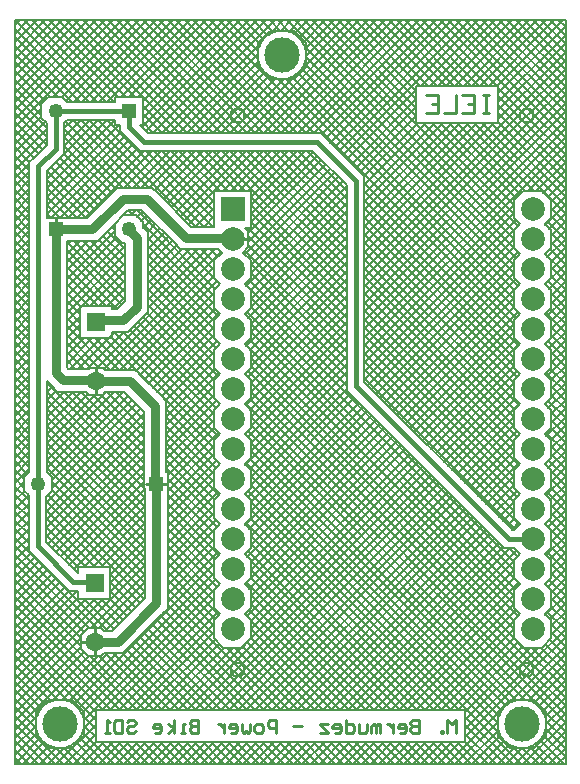
<source format=gbl>
%FSDAX23Y23*%
%MOIN*%
%SFA1B1*%

%IPPOS*%
%ADD10C,0.010000*%
%ADD14R,0.049212X0.049212*%
%ADD15C,0.049212*%
%ADD21R,0.049212X0.049212*%
%ADD23C,0.062992*%
%ADD24R,0.062992X0.062992*%
%ADD25R,0.078740X0.078740*%
%ADD26C,0.078740*%
%ADD27C,0.118110*%
%ADD28C,0.008000*%
%ADD29C,0.015748*%
%ADD30C,0.031496*%
%LNpcbenvio_esp32-1*%
%LPD*%
G54D10*
X01975Y04270D02*
X02024D01*
X01385Y04303D02*
Y04337D01*
X01520Y03755D02*
Y03796D01*
Y03838*
X01687Y03455D02*
X01721D01*
X01756*
X01473Y02928D02*
X01515D01*
Y02886D02*
Y02928D01*
Y02969*
X02830Y04749D02*
X02810D01*
X02820*
Y04690*
X02830*
X02810*
X02740Y04749D02*
X02780D01*
Y04690*
X02740*
X02780Y04719D02*
X02760D01*
X02720Y04749D02*
Y04690D01*
X02680*
X02620Y04749D02*
X02660D01*
Y04690*
X02620*
X02660Y04719D02*
X02640D01*
X02720Y02625D02*
Y02668D01*
X02705Y02653*
X02691Y02668*
Y02625*
X02676D02*
Y02632D01*
X02669*
Y02625*
X02676*
X02597Y02668D02*
Y02625D01*
X02575*
X02568Y02632*
Y02639*
X02575Y02646*
X02597*
X02575*
X02568Y02653*
Y02661*
X02575Y02668*
X02597*
X02532Y02625D02*
X02546D01*
X02554Y02632*
Y02646*
X02546Y02653*
X02532*
X02525Y02646*
Y02639*
X02554*
X02510Y02653D02*
Y02625D01*
Y02639*
X02503Y02646*
X02496Y02653*
X02489*
X02467Y02625D02*
Y02653D01*
X02460*
X02453Y02646*
Y02625*
Y02646*
X02445Y02653*
X02438Y02646*
Y02625*
X02424Y02653D02*
Y02632D01*
X02416Y02625*
X02395*
Y02653*
X02352Y02668D02*
Y02625D01*
X02373*
X02380Y02632*
Y02646*
X02373Y02653*
X02352*
X02315Y02625D02*
X02330D01*
X02337Y02632*
Y02646*
X02330Y02653*
X02315*
X02308Y02646*
Y02639*
X02337*
X02294Y02653D02*
X02265D01*
X02294Y02625*
X02265*
X02207Y02646D02*
X02178D01*
X02121Y02625D02*
Y02668D01*
X02099*
X02092Y02661*
Y02646*
X02099Y02639*
X02121*
X02070Y02625D02*
X02056D01*
X02048Y02632*
Y02646*
X02056Y02653*
X02070*
X02077Y02646*
Y02632*
X02070Y02625*
X02034Y02653D02*
Y02632D01*
X02027Y02625*
X02020Y02632*
X02012Y02625*
X02005Y02632*
Y02653*
X01969Y02625D02*
X01984D01*
X01991Y02632*
Y02646*
X01984Y02653*
X01969*
X01962Y02646*
Y02639*
X01991*
X01947Y02653D02*
Y02625D01*
Y02639*
X01940Y02646*
X01933Y02653*
X01926*
X01861Y02668D02*
Y02625D01*
X01839*
X01832Y02632*
Y02639*
X01839Y02646*
X01861*
X01839*
X01832Y02653*
Y02661*
X01839Y02668*
X01861*
X01818Y02625D02*
X01803D01*
X01810*
Y02653*
X01818*
X01781Y02625D02*
Y02668D01*
Y02639D02*
X01760Y02653D01*
X01781Y02639D02*
X01760Y02625D01*
X01717D02*
X01731D01*
X01738Y02632*
Y02646*
X01731Y02653*
X01717*
X01709Y02646*
Y02639*
X01738*
X01623Y02661D02*
X01630Y02668D01*
X01644*
X01652Y02661*
Y02653*
X01644Y02646*
X01630*
X01623Y02639*
Y02632*
X01630Y02625*
X01644*
X01652Y02632*
X01608Y02668D02*
Y02625D01*
X01587*
X01579Y02632*
Y02661*
X01587Y02668*
X01608*
X01565Y02625D02*
X01551D01*
X01558*
Y02668*
X01565Y02661*
G54D14*
X01630Y04696D03*
X01385Y04303D03*
G54D15*
X01630Y04303D03*
X01385Y04696D03*
X01328Y03455D03*
G54D21*
X01721Y03455D03*
G54D23*
X01520Y03796D03*
X01515Y02928D03*
G54D24*
X01520Y03993D03*
X01515Y03125D03*
G54D25*
X01975Y04370D03*
G54D26*
X01975Y04270D03*
Y04170D03*
Y04070D03*
Y03970D03*
Y03870D03*
Y03770D03*
Y03670D03*
Y03570D03*
Y03470D03*
Y03370D03*
Y03270D03*
Y03170D03*
Y03070D03*
Y02970D03*
X02975Y04370D03*
Y04270D03*
Y04170D03*
Y04070D03*
Y03970D03*
Y03870D03*
Y03770D03*
Y03670D03*
Y03570D03*
Y03470D03*
Y03370D03*
Y03270D03*
Y03170D03*
Y03070D03*
Y02970D03*
G54D27*
X02140Y04885D03*
X02940Y02655D03*
X01400D03*
G54D28*
X02220Y04885D02*
D01*
X02220Y04890*
X02219Y04896*
X02219Y04901*
X02217Y04907*
X02215Y04912*
X02213Y04917*
X02211Y04922*
X02208Y04927*
X02205Y04932*
X02201Y04936*
X02198Y04941*
X02194Y04945*
X02189Y04948*
X02185Y04951*
X02180Y04954*
X02175Y04957*
X02170Y04959*
X02164Y04961*
X02159Y04963*
X02154Y04964*
X02148Y04965*
X02142Y04965*
X02140Y04965*
D01*
X02134Y04965*
X02128Y04964*
X02123Y04964*
X02117Y04962*
X02112Y04960*
X02107Y04958*
X02102Y04956*
X02097Y04953*
X02092Y04950*
X02088Y04946*
X02083Y04943*
X02079Y04939*
X02076Y04934*
X02073Y04930*
X02070Y04925*
X02067Y04920*
X02065Y04915*
X02063Y04909*
X02061Y04904*
X02060Y04899*
X02059Y04893*
X02059Y04887*
X02059Y04885*
X02140Y04804D02*
D01*
X02145Y04804*
X02151Y04805*
X02156Y04805*
X02162Y04807*
X02167Y04809*
X02172Y04811*
X02177Y04813*
X02182Y04816*
X02187Y04819*
X02191Y04823*
X02196Y04826*
X02200Y04830*
X02203Y04835*
X02206Y04839*
X02209Y04844*
X02212Y04849*
X02214Y04854*
X02216Y04860*
X02218Y04865*
X02219Y04870*
X02220Y04876*
X02220Y04882*
X02220Y04885*
X02059D02*
D01*
X02059Y04879*
X02060Y04873*
X02060Y04868*
X02062Y04862*
X02064Y04857*
X02066Y04852*
X02068Y04847*
X02071Y04842*
X02074Y04837*
X02078Y04833*
X02081Y04828*
X02085Y04824*
X02090Y04821*
X02094Y04818*
X02099Y04815*
X02104Y04812*
X02109Y04810*
X02115Y04808*
X02120Y04806*
X02125Y04805*
X02131Y04804*
X02137Y04804*
X02140Y04804*
X03020Y02655D02*
D01*
X03020Y02660*
X03019Y02666*
X03019Y02671*
X03017Y02677*
X03015Y02682*
X03013Y02687*
X03011Y02692*
X03008Y02697*
X03005Y02702*
X03001Y02706*
X02998Y02711*
X02994Y02715*
X02989Y02718*
X02985Y02721*
X02980Y02724*
X02975Y02727*
X02970Y02729*
X02964Y02731*
X02959Y02733*
X02954Y02734*
X02948Y02735*
X02942Y02735*
X02940Y02735*
Y02574D02*
D01*
X02945Y02574*
X02951Y02575*
X02956Y02575*
X02962Y02577*
X02967Y02579*
X02972Y02581*
X02977Y02583*
X02982Y02586*
X02987Y02589*
X02991Y02593*
X02996Y02596*
X03000Y02600*
X03003Y02605*
X03006Y02609*
X03009Y02614*
X03012Y02619*
X03014Y02624*
X03016Y02630*
X03018Y02635*
X03019Y02640*
X03020Y02646*
X03020Y02652*
X03020Y02655*
X02940Y02735D02*
D01*
X02934Y02735*
X02928Y02734*
X02923Y02734*
X02917Y02732*
X02912Y02730*
X02907Y02728*
X02902Y02726*
X02897Y02723*
X02892Y02720*
X02888Y02716*
X02883Y02713*
X02879Y02709*
X02876Y02704*
X02873Y02700*
X02870Y02695*
X02867Y02690*
X02865Y02685*
X02863Y02679*
X02861Y02674*
X02860Y02669*
X02859Y02663*
X02859Y02657*
X02859Y02655*
D01*
X02859Y02649*
X02860Y02643*
X02860Y02638*
X02862Y02632*
X02864Y02627*
X02866Y02622*
X02868Y02617*
X02871Y02612*
X02874Y02607*
X02878Y02603*
X02881Y02598*
X02885Y02594*
X02890Y02591*
X02894Y02588*
X02899Y02585*
X02904Y02582*
X02909Y02580*
X02915Y02578*
X02920Y02576*
X02925Y02575*
X02931Y02574*
X02937Y02574*
X02940Y02574*
X01400D02*
D01*
X01405Y02574*
X01411Y02575*
X01416Y02575*
X01422Y02577*
X01427Y02579*
X01432Y02581*
X01437Y02583*
X01442Y02586*
X01447Y02589*
X01451Y02593*
X01456Y02596*
X01460Y02600*
X01463Y02605*
X01466Y02609*
X01469Y02614*
X01472Y02619*
X01474Y02624*
X01476Y02630*
X01478Y02635*
X01479Y02640*
X01480Y02646*
X01480Y02652*
X01480Y02655*
D01*
X01480Y02660*
X01479Y02666*
X01479Y02671*
X01477Y02677*
X01475Y02682*
X01473Y02687*
X01471Y02692*
X01468Y02697*
X01465Y02702*
X01461Y02706*
X01458Y02711*
X01454Y02715*
X01449Y02718*
X01445Y02721*
X01440Y02724*
X01435Y02727*
X01430Y02729*
X01424Y02731*
X01419Y02733*
X01414Y02734*
X01408Y02735*
X01402Y02735*
X01400Y02735*
D01*
X01394Y02735*
X01388Y02734*
X01383Y02734*
X01377Y02732*
X01372Y02730*
X01367Y02728*
X01362Y02726*
X01357Y02723*
X01352Y02720*
X01348Y02716*
X01343Y02713*
X01339Y02709*
X01336Y02704*
X01333Y02700*
X01330Y02695*
X01327Y02690*
X01325Y02685*
X01323Y02679*
X01321Y02674*
X01320Y02669*
X01319Y02663*
X01319Y02657*
X01319Y02655*
D01*
X01319Y02649*
X01320Y02643*
X01320Y02638*
X01322Y02632*
X01324Y02627*
X01326Y02622*
X01328Y02617*
X01331Y02612*
X01334Y02607*
X01338Y02603*
X01341Y02598*
X01345Y02594*
X01350Y02591*
X01354Y02588*
X01359Y02585*
X01364Y02582*
X01369Y02580*
X01375Y02578*
X01380Y02576*
X01385Y02575*
X01391Y02574*
X01397Y02574*
X01400Y02574*
X03004Y05000D02*
X03085Y04919D01*
X03032Y05000D02*
X03085Y04947D01*
X02947Y05000D02*
X03085Y04862D01*
X02976Y05000D02*
X03085Y04891D01*
X02891Y05000D02*
X03085Y04806D01*
X02919Y05000D02*
X03085Y04834D01*
X02863Y05000D02*
X03085Y04778D01*
X02973Y04698D02*
X03085Y04810D01*
X02951Y04705D02*
X03085Y04838D01*
X02861Y04671D02*
X03085Y04895D01*
X02978Y04675D02*
X03085Y04782D01*
X02861Y04728D02*
X03085Y04951D01*
X02861Y04756D02*
X03085Y04980D01*
X02861Y04700D02*
X03085Y04923D01*
X03061Y05000D02*
X03085Y04976D01*
X02945Y04705D02*
X02967D01*
X02978Y04694*
X02934Y04688D02*
X02951Y04705D01*
X02934Y04694D02*
X02945Y04705D01*
X02861Y04775D02*
X02938Y04698D01*
X02861Y04746D02*
X02934Y04673D01*
X02978Y04672D02*
Y04694D01*
X02959Y04705D02*
X02978Y04686D01*
X02964Y04661D02*
X02978Y04675D01*
X02945Y04661D02*
X02967D01*
X02940Y04666D02*
X02973Y04698D01*
X02934Y04672D02*
Y04694D01*
X02938Y04698D02*
X02971Y04665D01*
X02988Y04431D02*
X03085Y04527D01*
X02960Y04431D02*
X03085Y04555D01*
X03025Y04411D02*
X03085Y04470D01*
X03011Y04425D02*
X03085Y04499D01*
X02861Y04690D02*
X03085Y04466D01*
X02861Y04718D02*
X03085Y04495D01*
X02861Y04661D02*
X03085Y04438D01*
X03036Y04365D02*
X03085Y04414D01*
X03036Y04393D02*
X03085Y04442D01*
X03036Y04346D02*
X03085Y04297D01*
X03036Y04374D02*
X03085Y04325D01*
X03031Y04304D02*
X03085Y04357D01*
X03017Y04318D02*
X03085Y04386D01*
X03031Y04304D02*
X03085Y04357D01*
X02978Y04686D02*
X03085Y04580D01*
X02967Y04661D02*
X02978Y04672D01*
X02946Y04661D02*
X03085Y04523D01*
X02971Y04665D02*
X03085Y04551D01*
X02934Y04673D02*
X02946Y04661D01*
X02934Y04672D02*
X02945Y04661D01*
X02861Y04658D02*
Y04781D01*
X03005Y04431D02*
X03036Y04400D01*
X02944Y04431D02*
X03005D01*
X03036Y04339D02*
Y04400D01*
X02913D02*
X02944Y04431D01*
X02913Y04339D02*
Y04400D01*
Y04339D02*
X02933Y04320D01*
X02858Y04781D02*
X03076Y05000D01*
X02830Y04781D02*
X03048Y05000D01*
X02806D02*
X03085Y04721D01*
X02834Y05000D02*
X03085Y04749D01*
X02801Y04781D02*
X03020Y05000D01*
X02773Y04781D02*
X02991Y05000D01*
X02778D02*
X03085Y04693D01*
X02837Y04658D02*
X03085Y04410D01*
X02752Y04658D02*
X02979Y04431D01*
X02780Y04658D02*
X03085Y04353D01*
X02808Y04658D02*
X03085Y04382D01*
X02721Y05000D02*
X03085Y04636D01*
X02749Y05000D02*
X03085Y04664D01*
X02693Y05000D02*
X03085Y04608D01*
X02688Y04781D02*
X02906Y05000D01*
X02660Y04781D02*
X02878Y05000D01*
X02665D02*
X02959Y04705D01*
X02716Y04781D02*
X02935Y05000D01*
X02240D02*
X02927Y04313D01*
X02212Y05000D02*
X02913Y04298D01*
X02184Y05000D02*
X02913Y04270D01*
X02745Y04781D02*
X02963Y05000D01*
X02723Y04658D02*
X02951Y04431D01*
X02695Y04658D02*
X02933Y04420D01*
X02667Y04658D02*
X02919Y04406D01*
X02639Y04658D02*
X02913Y04383D01*
X02610Y04658D02*
X02913Y04355D01*
X02414Y04083D02*
X03085Y04753D01*
X02414Y04168D02*
X02934Y04688D01*
X02414Y04026D02*
X03085Y04697D01*
X02414Y04055D02*
X03085Y04725D01*
X02414Y04196D02*
X03085Y04866D01*
X02209Y04833D02*
X02928Y04114D01*
X02125Y04804D02*
X02921Y04008D01*
X02414Y03941D02*
X03085Y04612D01*
X02414Y03970D02*
X03085Y04640D01*
X02414Y03913D02*
X03085Y04584D01*
X02414Y04430D02*
X02929Y03915D01*
X02414Y04111D02*
X02964Y04661D01*
X02414Y04139D02*
X02940Y04666D01*
X02414Y03998D02*
X03085Y04668D01*
X02220Y04906D02*
X02920Y04207D01*
X02220Y04878D02*
X02913Y04185D01*
X02195Y04819D02*
X02913Y04100D01*
X02220Y04850D02*
X02913Y04157D01*
X02181Y04805D02*
X02913Y04072D01*
X02155Y05000D02*
X02913Y04242D01*
X02153Y04804D02*
X02913Y04044D01*
X02414Y03857D02*
X02913Y04356D01*
X02414Y04373D02*
X02913Y03874D01*
X02414Y04345D02*
X02913Y03846D01*
X02414Y04401D02*
X02914Y03901D01*
X02414Y04458D02*
X02913Y03959D01*
X02414Y03885D02*
X02913Y04384D01*
X03036Y04148D02*
X03085Y04099D01*
X03036Y04176D02*
X03085Y04127D01*
X03036Y04054D02*
X03085Y04103D01*
X03036Y04082D02*
X03085Y04131D01*
X03030Y04105D02*
X03085Y04159D01*
X03016Y04119D02*
X03085Y04188D01*
X03026Y04129D02*
X03085Y04070D01*
X03036Y04063D02*
X03085Y04014D01*
X03036Y04091D02*
X03085Y04042D01*
X03036Y03969D02*
X03085Y04018D01*
X03036Y03997D02*
X03085Y04046D01*
X03033Y04037D02*
X03085Y03986D01*
X03023Y04013D02*
X03085Y04074D01*
X03019Y04023D02*
X03085Y03957D01*
X03036Y04252D02*
X03085Y04301D01*
X03036Y04280D02*
X03085Y04329D01*
X03036Y04289D02*
X03085Y04240D01*
X03036Y04239D02*
Y04300D01*
X03025Y04328D02*
X03085Y04268D01*
X03016Y04320D02*
X03036Y04339D01*
X03024Y04212D02*
X03085Y04272D01*
X03036Y04167D02*
X03085Y04216D01*
X03036Y04195D02*
X03085Y04244D01*
X03036Y04039D02*
Y04100D01*
Y04139D02*
Y04200D01*
X03032Y04236D02*
X03085Y04184D01*
X03036Y04261D02*
X03085Y04212D01*
X03018Y04222D02*
X03085Y04155D01*
X03036Y03799D02*
X03085Y03848D01*
X03036Y03865D02*
X03085Y03816D01*
X03036Y03743D02*
X03085Y03792D01*
X03036Y03771D02*
X03085Y03820D01*
X03034Y03838D02*
X03085Y03788D01*
X03022Y03814D02*
X03085Y03876D01*
X03020Y03824D02*
X03085Y03759D01*
X03036Y03686D02*
X03085Y03735D01*
X03036Y03752D02*
X03085Y03703D01*
X03036Y03695D02*
X03085Y03646D01*
X03036Y03658D02*
X03085Y03707D01*
X03028Y03707D02*
X03085Y03763D01*
X03036Y03780D02*
X03085Y03731D01*
X03028Y03731D02*
X03085Y03674D01*
X03036Y03978D02*
X03085Y03929D01*
X03036Y03941D02*
X03085Y03990D01*
X03036Y03884D02*
X03085Y03933D01*
X03036Y03950D02*
X03085Y03901D01*
X03029Y03906D02*
X03085Y03961D01*
X03036Y03939D02*
Y04000D01*
X03027Y03930D02*
X03085Y03872D01*
X03036Y03893D02*
X03085Y03844D01*
X03036Y03739D02*
Y03800D01*
Y03639D02*
Y03700D01*
Y03856D02*
X03085Y03905D01*
X03036Y03839D02*
Y03900D01*
X03016Y03720D02*
X03036Y03700D01*
X03016Y04120D02*
X03036Y04139D01*
X03016Y04220D02*
X03036Y04200D01*
X03016Y04020D02*
X03036Y04039D01*
X03016Y04120D02*
X03036Y04100D01*
X03016Y04220D02*
X03036Y04239D01*
X03016Y04320D02*
X03036Y04300D01*
X02913Y04000D02*
X02933Y04020D01*
X03016Y03920D02*
X03036Y03939D01*
X03016Y04020D02*
X03036Y04000D01*
X03016Y03820D02*
X03036Y03839D01*
X03016Y03920D02*
X03036Y03900D01*
X02913D02*
X02933Y03920D01*
X02913Y03939D02*
X02933Y03920D01*
X02913Y03839D02*
X02933Y03820D01*
X02913Y04239D02*
X02933Y04220D01*
X02913Y04239D02*
Y04300D01*
Y04200D02*
X02933Y04220D01*
X02913Y04139D02*
Y04200D01*
Y04300D02*
X02933Y04320D01*
X02414Y03828D02*
X02919Y04333D01*
X02414Y04317D02*
X02922Y03809D01*
X02913Y04039D02*
X02933Y04020D01*
X02913Y03939D02*
Y04000D01*
Y03839D02*
Y03900D01*
Y04100D02*
X02933Y04120D01*
X02913Y04139D02*
X02933Y04120D01*
X02913Y04039D02*
Y04100D01*
X02510Y03698D02*
X02932Y04120D01*
X02496Y03712D02*
X02918Y04134D01*
X02553Y03656D02*
X02925Y04028D01*
X02567Y03642D02*
X02913Y03988D01*
X02414Y04232D02*
X02930Y03716D01*
X02454Y03755D02*
X02926Y04227D01*
X02414Y04203D02*
X02915Y03702D01*
X03016Y03720D02*
X03036Y03739D01*
X03016Y03820D02*
X03036Y03800D01*
X02913Y03700D02*
X02933Y03720D01*
X02913Y03639D02*
Y03700D01*
Y03739D02*
X02933Y03720D01*
X02913Y03800D02*
X02933Y03820D01*
X02581Y03627D02*
X02913Y03960D01*
X02440Y03769D02*
X02913Y04243D01*
X02425Y03783D02*
X02913Y04271D01*
X02468Y03741D02*
X02913Y04186D01*
X02468Y03741D02*
X02913Y04186D01*
X02414Y04288D02*
X02913Y03789D01*
X02414Y03800D02*
X02913Y04299D01*
X02414Y04260D02*
X02913Y03761D01*
X02524Y03684D02*
X02913Y04073D01*
Y03739D02*
Y03800D01*
X02539Y03670D02*
X02913Y04045D01*
X02414Y04175D02*
X02913Y03676D01*
X02482Y03726D02*
X02913Y04158D01*
X02414Y04147D02*
X02913Y03648D01*
X02220Y04879D02*
X02341Y05000D01*
X02220Y04907D02*
X02312Y05000D01*
X02580D02*
X02798Y04781D01*
X02220Y04851D02*
X02369Y05000D01*
X02201Y04944D02*
X02256Y05000D01*
X02187Y04959D02*
X02228Y05000D01*
X02215Y04930D02*
X02284Y05000D01*
X02608D02*
X02826Y04781D01*
X02603D02*
X02822Y05000D01*
X02636D02*
X02855Y04781D01*
X02632D02*
X02850Y05000D01*
X02180Y04804D02*
X02220Y04844D01*
X02173Y04804D02*
X02220Y04851D01*
X02588Y04781D02*
X02861D01*
X02197Y04941D02*
X02201Y04944D01*
X02182Y04953D02*
X02187Y04959D01*
X02220Y04885D02*
Y04925D01*
X02210Y04925D02*
X02215Y04930D01*
X02165Y04965D02*
X02199Y05000D01*
X02162Y04962D02*
X02165Y04965D01*
X02180D02*
X02220Y04925D01*
X02218Y04905D02*
X02220Y04907D01*
X02216Y04911D02*
X02220Y04906D01*
Y04844D02*
Y04885D01*
X02215Y04855D02*
X02220Y04850D01*
X02205Y04837D02*
X02209Y04833D01*
X02191Y04822D02*
X02195Y04819D01*
X02174Y04811D02*
X02181Y04805D01*
X02438Y05000D02*
X02657Y04781D01*
X02410Y05000D02*
X02628Y04781D01*
X02301Y04592D02*
X02708Y05000D01*
X02467D02*
X02685Y04781D01*
X02273Y04620D02*
X02652Y05000D01*
X02248Y04624D02*
X02624Y05000D01*
X02287Y04606D02*
X02680Y05000D01*
X02523D02*
X02741Y04781D01*
X02495Y05000D02*
X02713Y04781D01*
X02855D02*
X02861Y04775D01*
X02551Y05000D02*
X02770Y04781D01*
X02329Y04564D02*
X02765Y05000D01*
X02315Y04578D02*
X02737Y05000D01*
X02344Y04550D02*
X02793Y05000D01*
X02325D02*
X02588Y04737D01*
X02353Y05000D02*
X02588Y04765D01*
X02269Y05000D02*
X02588Y04680D01*
X02297Y05000D02*
X02588Y04708D01*
X02192Y04624D02*
X02567Y05000D01*
X02163Y04624D02*
X02539Y05000D01*
X02220Y04624D02*
X02595Y05000D01*
X02386Y04507D02*
X02588Y04709D01*
Y04658D02*
Y04781D01*
X02400Y04493D02*
X02588Y04681D01*
X02382Y05000D02*
X02600Y04781D01*
X02358Y04536D02*
X02588Y04766D01*
X02372Y04521D02*
X02588Y04737D01*
X02109Y04965D02*
X02143Y05000D01*
X02099D02*
X02133Y04965D01*
X02137D02*
X02171Y05000D01*
X02127D02*
X02161Y04965D01*
X02096Y04952D02*
X02109Y04965D01*
X02071Y05000D02*
X02105Y04965D01*
X02059Y04925D02*
X02099Y04965D01*
X02140D02*
X02180D01*
X02161D02*
X02166Y04961D01*
X02105Y04965D02*
X02110Y04960D01*
X02099Y04965D02*
X02140D01*
X02094Y04809D02*
X02099Y04814D01*
X02088Y04954D02*
X02092Y04950D01*
X02042Y05000D02*
X02088Y04954D01*
X02074Y04940D02*
X02077Y04936D01*
X02059Y04915D02*
X02072Y04928D01*
X02014Y05000D02*
X02074Y04940D01*
X01986Y05000D02*
X02060Y04926D01*
X01957Y05000D02*
X02059Y04898D01*
X02065Y04837D02*
X02071Y04842D01*
X02060Y04926D02*
X02066Y04919D01*
X02080Y04823D02*
X02083Y04827D01*
X02059Y04859D02*
X02062Y04862D01*
X02059Y04885D02*
Y04925D01*
Y04844D02*
Y04885D01*
X02079Y04624D02*
X02454Y05000D01*
X02135Y04624D02*
X02510Y05000D01*
X02107Y04624D02*
X02482Y05000D01*
X02022Y04624D02*
X02397Y05000D01*
X02050Y04624D02*
X02426Y05000D01*
X02099Y04804D02*
X02140D01*
X02059Y04844D02*
X02099Y04804D01*
X02140D02*
X02180D01*
X02117D02*
X02119Y04806D01*
X01965Y04624D02*
X02145Y04804D01*
X02010Y04697D02*
X02117Y04804D01*
X01994Y04624D02*
X02173Y04804D01*
X01989Y04705D02*
X02094Y04809D01*
X01980Y04705D02*
X02002D01*
X01998D02*
X02013Y04690D01*
X02002Y04705D02*
X02013Y04694D01*
X01969Y04685D02*
X01989Y04705D01*
X01969Y04694D02*
X01980Y04705D01*
X01975Y04699D02*
X02007Y04667D01*
X02013Y04672D02*
Y04694D01*
X01977Y04664D02*
X02010Y04697D01*
X02013Y04690D02*
X02078Y04624D01*
X01969Y04676D02*
X01985Y04661D01*
X01969Y04672D02*
Y04694D01*
Y04672D02*
X01980Y04661D01*
X02414Y04366D02*
X02706Y04658D01*
X02414Y04394D02*
X02678Y04658D01*
X02414Y04309D02*
X02763Y04658D01*
X02414Y04337D02*
X02734Y04658D01*
X02414Y04451D02*
X02621Y04658D01*
X02414Y04479D02*
X02593Y04658D01*
X02414Y04422D02*
X02650Y04658D01*
X02588D02*
X02861D01*
X02399Y04494D02*
X02414Y04479D01*
Y04450D02*
Y04479D01*
Y04450D02*
Y04479D01*
X02399Y04494D02*
X02414Y04479D01*
X02284Y04609D02*
X02399Y04494D01*
X02081Y04565D02*
X02355Y04291D01*
X02269Y04624D02*
X02284Y04609D01*
X02240Y04624D02*
X02269D01*
X02240Y04565D02*
X02355Y04450D01*
X02269Y04624D02*
X02284Y04609D01*
X02240Y04624D02*
X02269D01*
X02036Y04411D02*
X02189Y04565D01*
X02036Y04383D02*
X02217Y04565D01*
X02194D02*
X02355Y04404D01*
X02222Y04565D02*
X02355Y04432D01*
X02137Y04565D02*
X02355Y04347D01*
X02166Y04565D02*
X02355Y04376D01*
X02109Y04565D02*
X02355Y04319D01*
X02036Y04355D02*
X02243Y04562D01*
X02036Y04308D02*
Y04431D01*
X02414Y04253D02*
X02819Y04658D01*
X02414Y04281D02*
X02791Y04658D01*
X02414Y04224D02*
X02848Y04658D01*
X02414Y03794D02*
Y04450D01*
X02355Y03794D02*
Y04450D01*
X02036Y03959D02*
X02355Y04278D01*
X02036Y03789D02*
X02355Y04109D01*
Y03765D02*
Y03794D01*
Y03765D02*
Y03794D01*
Y03765D02*
X02370Y03750D01*
X02355Y03765D02*
X02370Y03750D01*
X02036Y03676D02*
X02355Y03995D01*
X02036Y03761D02*
X02355Y04080D01*
X02036Y03648D02*
X02355Y03967D01*
X02036Y04072D02*
X02355Y04391D01*
X02053Y04565D02*
X02355Y04263D01*
X02036Y04356D02*
X02355Y04036D01*
X02036Y04044D02*
X02355Y04363D01*
X02036Y04157D02*
X02342Y04463D01*
X02036Y04185D02*
X02328Y04477D01*
X02036Y04412D02*
X02355Y04093D01*
X02036Y03839D02*
Y03900D01*
Y03939D02*
Y04000D01*
Y03739D02*
Y03800D01*
Y04327D02*
X02355Y04008D01*
X02036Y04039D02*
Y04100D01*
Y03987D02*
X02355Y04307D01*
X02026Y04431D02*
X02161Y04565D01*
X01998Y04431D02*
X02132Y04565D01*
X01996D02*
X02355Y04206D01*
X02024Y04565D02*
X02355Y04234D01*
X01968Y04565D02*
X02355Y04178D01*
X01970Y04431D02*
X02104Y04565D01*
X01939D02*
X02355Y04149D01*
X02028Y04262D02*
X02285Y04520D01*
X02036Y04327D02*
X02257Y04548D01*
X02035Y04100D02*
X02355Y04420D01*
X02029Y04207D02*
X02313Y04491D01*
X02015Y04221D02*
X02299Y04505D01*
X02028Y04291D02*
X02271Y04534D01*
X02021Y04114D02*
X02355Y04448D01*
X02007Y04667D02*
X02050Y04624D01*
X02002Y04661D02*
X02013Y04672D01*
X02016Y04308D02*
X02036D01*
X02016D02*
X02028Y04296D01*
X01985Y04661D02*
X02022Y04624D01*
X01980Y04661D02*
X02002D01*
X01942Y04431D02*
X02076Y04565D01*
X02036Y04139D02*
Y04200D01*
X02028Y04243D02*
Y04296D01*
X02016Y04120D02*
X02036Y04139D01*
X02010Y04225D02*
X02028Y04243D01*
X02010Y04225D02*
X02036Y04200D01*
X02034Y03901D02*
X02355Y04222D01*
X02028Y04250D02*
X02355Y03923D01*
X02036Y04186D02*
X02355Y03867D01*
X02036Y03874D02*
X02355Y04193D01*
X02020Y03915D02*
X02355Y04250D01*
X02028Y04279D02*
X02355Y03951D01*
X02017Y04232D02*
X02355Y03895D01*
X02036Y04158D02*
X02355Y03838D01*
X02036Y03846D02*
X02355Y04165D01*
X02033Y03702D02*
X02355Y04024D01*
X02031Y04134D02*
X02355Y03810D01*
X02017Y04120D02*
X02355Y03782D01*
X02027Y03809D02*
X02355Y04137D01*
X02019Y03716D02*
X02355Y04052D01*
X02028Y04008D02*
X02355Y04335D01*
X02036Y04384D02*
X02355Y04065D01*
X02026Y04308D02*
X02355Y03980D01*
X02016Y03920D02*
X02036Y03939D01*
X02016Y04020D02*
X02036Y04039D01*
X02016Y04120D02*
X02036Y04100D01*
X02016Y04020D02*
X02036Y04000D01*
X02016Y03720D02*
X02036Y03700D01*
X02016Y03720D02*
X02036Y03739D01*
Y03639D02*
Y03700D01*
X02016Y03820D02*
X02036Y03839D01*
X02016Y03920D02*
X02036Y03900D01*
X02016Y03820D02*
X02036Y03800D01*
X03036Y03582D02*
X03085Y03533D01*
X03036Y03545D02*
X03085Y03594D01*
X03036Y03488D02*
X03085Y03537D01*
X03036Y03554D02*
X03085Y03505D01*
X03027Y03508D02*
X03085Y03565D01*
X03021Y03625D02*
X03085Y03561D01*
X03029Y03532D02*
X03085Y03476D01*
X03036Y03469D02*
X03085Y03420D01*
X03036Y03497D02*
X03085Y03448D01*
X03036Y03375D02*
X03085Y03424D01*
X03036Y03441D02*
X03085Y03392D01*
X03020Y03416D02*
X03085Y03480D01*
X03036Y03460D02*
X03085Y03509D01*
X03034Y03402D02*
X03085Y03452D01*
X03035Y03601D02*
X03085Y03650D01*
X03036Y03667D02*
X03085Y03618D01*
X03036Y03573D02*
X03085Y03622D01*
X03035Y03639D02*
X03085Y03590D01*
X03016Y03620D02*
X03036Y03639D01*
X02913D02*
X02933Y03620D01*
X03021Y03615D02*
X03085Y03678D01*
X03036Y03439D02*
Y03500D01*
Y03539D02*
Y03600D01*
X03016Y03420D02*
X03036Y03400D01*
X03016Y03420D02*
X03036Y03439D01*
X03016Y03520D02*
X03036Y03539D01*
X03016Y03620D02*
X03036Y03600D01*
X03016Y03520D02*
X03036Y03500D01*
Y03262D02*
X03085Y03311D01*
X03036Y03290D02*
X03085Y03339D01*
Y02520D02*
Y05000D01*
X03036Y03299D02*
X03085Y03250D01*
X03030Y03333D02*
X03085Y03278D01*
X03036Y03356D02*
X03085Y03307D01*
X03019Y03217D02*
X03085Y03282D01*
X03036Y03177D02*
X03085Y03226D01*
X03036Y03243D02*
X03085Y03194D01*
X03036Y03186D02*
X03085Y03137D01*
X03036Y03149D02*
X03085Y03198D01*
X03033Y03203D02*
X03085Y03254D01*
X03036Y03271D02*
X03085Y03222D01*
X03023Y03227D02*
X03085Y03165D01*
X03036Y03347D02*
X03085Y03396D01*
X03036Y03339D02*
Y03400D01*
X03026Y03309D02*
X03085Y03367D01*
X03036Y03384D02*
X03085Y03335D01*
X03022Y03426D02*
X03085Y03363D01*
X03016Y03320D02*
X03036Y03339D01*
X03016Y03320D02*
X03036Y03300D01*
X03016Y03220D02*
X03036Y03200D01*
Y03239D02*
Y03300D01*
Y03139D02*
Y03200D01*
X03016Y03220D02*
X03036Y03239D01*
X02913D02*
X02933Y03220D01*
X02913Y03200D02*
X02933Y03220D01*
X02609Y03599D02*
X02931Y03921D01*
X02595Y03613D02*
X02917Y03935D01*
X02708Y03500D02*
X02930Y03722D01*
X02652Y03557D02*
X02924Y03829D01*
X02414Y04034D02*
X02931Y03517D01*
X02414Y04119D02*
X02923Y03610D01*
X02414Y03921D02*
X02924Y03411D01*
X02913Y03500D02*
X02933Y03520D01*
X02913Y03539D02*
X02933Y03520D01*
X02913Y03400D02*
X02933Y03420D01*
X02913Y03439D02*
X02933Y03420D01*
X02913Y03600D02*
X02933Y03620D01*
X02751Y03458D02*
X02923Y03630D01*
X02807Y03401D02*
X02929Y03523D01*
X02680Y03528D02*
X02913Y03762D01*
X02666Y03543D02*
X02913Y03790D01*
X02414Y03892D02*
X02913Y03393D01*
X02414Y03949D02*
X02913Y03450D01*
X02414Y04005D02*
X02916Y03503D01*
X02414Y04062D02*
X02913Y03563D01*
X02414Y03977D02*
X02913Y03478D01*
Y03439D02*
Y03500D01*
Y03539D02*
Y03600D01*
X02793Y03415D02*
X02915Y03537D01*
X02694Y03514D02*
X02916Y03736D01*
X02722Y03486D02*
X02913Y03677D01*
X02736Y03472D02*
X02913Y03649D01*
X02036Y03762D02*
X02943Y02854D01*
X02414Y03836D02*
X02932Y03318D01*
X02036Y03790D02*
X03085Y02741D01*
X02033Y03736D02*
X02934Y02835D01*
X02024Y04028D02*
X02933Y03119D01*
X02018Y03921D02*
X02926Y03013D01*
X02019Y03722D02*
X03085Y02656D01*
X02913Y03339D02*
X02933Y03320D01*
X02906Y03302D02*
X02928Y03324D01*
X02913Y03300D02*
X02933Y03320D01*
X02897Y03240D02*
X02925Y03212D01*
X02036Y03677D02*
X02977Y02735D01*
X02036Y03649D02*
X02949Y02735D01*
X02027Y03431D02*
X02938Y02520D01*
X02414Y03864D02*
X02913Y03365D01*
X02835Y03373D02*
X02913Y03451D01*
X02036Y03988D02*
X02918Y03105D01*
X02414Y03807D02*
X02917Y03304D01*
X02036Y04045D02*
X02913Y03167D01*
X02036Y04073D02*
X02913Y03195D01*
X02026Y03630D02*
X02921Y02735D01*
X02878Y03330D02*
X02913Y03366D01*
Y03339D02*
Y03400D01*
X02892Y03316D02*
X02914Y03338D01*
X02850Y03359D02*
X02922Y03431D01*
X02864Y03345D02*
X02913Y03394D01*
X02388Y02700D02*
X02921Y03232D01*
X03036Y03045D02*
X03085Y02996D01*
X03036Y03073D02*
X03085Y03024D01*
X03036Y02951D02*
X03085Y03000D01*
X03036Y02979D02*
X03085Y03028D01*
X03032Y03004D02*
X03085Y03056D01*
X03018Y03018D02*
X03085Y03085D01*
X03024Y03028D02*
X03085Y02967D01*
X03036Y02960D02*
X03085Y02911D01*
X03036Y02988D02*
X03085Y02939D01*
X03018Y02921D02*
X03085Y02854D01*
X03032Y02935D02*
X03085Y02882D01*
X03002Y02908D02*
X03085Y02826D01*
X02978Y02836D02*
X03085Y02943D01*
X02985Y02730D02*
X03085Y02830D01*
X03036Y03158D02*
X03085Y03109D01*
X03025Y03110D02*
X03085Y03169D01*
X03031Y03134D02*
X03085Y03080D01*
X03036Y03092D02*
X03085Y03141D01*
X03016Y03120D02*
X03036Y03100D01*
X03016Y03120D02*
X03036Y03139D01*
X03017Y03120D02*
X03085Y03052D01*
X03036Y03064D02*
X03085Y03113D01*
X03036Y03039D02*
Y03100D01*
Y02939D02*
Y03000D01*
X03016Y03020D02*
X03036Y03000D01*
X03005Y02908D02*
X03036Y02939D01*
X03016Y03020D02*
X03036Y03039D01*
X02978Y02824D02*
Y02845D01*
X03020Y02692D02*
X03085Y02628D01*
X03020Y02653D02*
X03085Y02717D01*
X03020Y02664D02*
X03085Y02600D01*
X03020Y02624D02*
X03085Y02689D01*
X03013Y02702D02*
X03085Y02773D01*
X02999Y02716D02*
X03085Y02802D01*
X03020Y02681D02*
X03085Y02745D01*
X03017Y02611D02*
X03085Y02543D01*
X03020Y02636D02*
X03085Y02571D01*
X03057Y02520D02*
X03085Y02547D01*
X03029Y02520D02*
X03085Y02575D01*
X03000Y02520D02*
X03085Y02604D01*
X02989Y02582D02*
X03052Y02520D01*
X03003Y02597D02*
X03080Y02520D01*
X03008Y02697D02*
X03013Y02702D01*
X02996Y02713D02*
X02999Y02716D01*
X03020Y02655D02*
Y02695D01*
X03017Y02678D02*
X03020Y02681D01*
X02980Y02735D02*
X03020Y02695D01*
X02979Y02725D02*
X02985Y02730D01*
X02977Y02735D02*
X03020Y02692D01*
X03009Y02613D02*
X03020Y02624D01*
Y02614D02*
Y02655D01*
X03011Y02617D02*
X03017Y02611D01*
X02999Y02600D02*
X03003Y02597D01*
X02984Y02587D02*
X02989Y02582D01*
X02980Y02574D02*
X03020Y02614D01*
X02974Y02908D02*
X03085Y02798D01*
X02968Y02855D02*
X03085Y02971D01*
X02962Y02735D02*
X03085Y02858D01*
X02945Y02908D02*
X03085Y02769D01*
X02905Y02735D02*
X03085Y02915D01*
X02944Y02908D02*
X03005D01*
X02933Y02735D02*
X03085Y02887D01*
X02967Y02856D02*
X02978Y02845D01*
X02945Y02813D02*
X02967D01*
X02978Y02824*
X02954Y02813D02*
X02978Y02836D01*
X02943Y02854D02*
X02976Y02822D01*
X02936Y02822D02*
X02968Y02855D01*
X02940Y02735D02*
X02980D01*
X02913Y02940D02*
X02945Y02908D01*
X02913Y03000D02*
X02933Y03020D01*
X02934Y02845D02*
X02945Y02856D01*
X02913Y02939D02*
X02944Y02908D01*
X02913Y03100D02*
X02933Y03120D01*
X02913Y03139D02*
X02933Y03120D01*
X02913Y03039D02*
X02933Y03020D01*
X02945Y02856D02*
X02967D01*
X02934Y02824D02*
X02945Y02813D01*
X02959Y02733D02*
X02962Y02735D01*
X02934Y02835D02*
X02956Y02813D01*
X02934Y02824D02*
Y02845D01*
X02899Y02735D02*
X02940D01*
X02956Y02813D02*
X03085Y02684D01*
X02976Y02822D02*
X03085Y02713D01*
X02972Y02520D02*
X03085Y02632D01*
X02944Y02520D02*
X03085Y02660D01*
X02751Y02666D02*
X02993Y02908D01*
X02970Y02574D02*
X02981Y02585D01*
X02965Y02578D02*
X02969Y02574D01*
X03023Y02520*
X02941Y02574D02*
X02995Y02520D01*
X02940Y02574D02*
X02980D01*
X02912D02*
X02967Y02520D01*
X02915D02*
X02970Y02574D01*
X02728Y02700D02*
X02940Y02912D01*
X02700Y02700D02*
X02926Y02926D01*
X02751Y02695D02*
X02965Y02908D01*
X02751Y02638D02*
X02936Y02822D01*
X02502Y02700D02*
X02927Y03125D01*
X02586Y02700D02*
X02920Y03033D01*
X02643Y02700D02*
X02913Y02970D01*
X02899Y02574D02*
X02940D01*
X02913D02*
X02916Y02577D01*
X02887Y02520D02*
X02941Y02574D01*
X02751Y02610D02*
X02954Y02813D01*
X02638Y03571D02*
X02913Y03847D01*
X02623Y03585D02*
X02913Y03875D01*
X02779Y03429D02*
X02913Y03564D01*
X02765Y03444D02*
X02913Y03592D01*
X02036Y03960D02*
X02913Y03082D01*
X02414Y04090D02*
X02913Y03591D01*
X02036Y03875D02*
X02913Y02997D01*
X02909Y03240D02*
X02913D01*
X02909Y03299D02*
X02913D01*
Y03039D02*
Y03100D01*
Y03139D02*
Y03200D01*
X02821Y03387D02*
X02913Y03479D01*
X02880Y03240D02*
X02909D01*
X02880D02*
X02909D01*
X02036Y03393D02*
X02381Y03739D01*
X02036Y03450D02*
X02355Y03769D01*
X02414Y03794D02*
X02909Y03299D01*
X02370Y03750D02*
X02865Y03255D01*
X02036Y03563D02*
X02355Y03882D01*
X02036Y03591D02*
X02355Y03911D01*
X02036Y03478D02*
X02355Y03797D01*
X02865Y03255D02*
X02880Y03240D01*
X02865Y03255D02*
X02880Y03240D01*
X02036Y03039D02*
Y03100D01*
Y03139D02*
Y03200D01*
Y03239D02*
Y03300D01*
Y03339D02*
Y03400D01*
Y03195D02*
X02480Y03640D01*
X02247Y02700D02*
X02834Y03286D01*
X02219Y02700D02*
X02819Y03300D01*
X02304Y02700D02*
X02862Y03258D01*
X02275Y02700D02*
X02848Y03272D01*
X02036Y03847D02*
X02913Y02969D01*
X02162Y02700D02*
X02791Y03329D01*
X02190Y02700D02*
X02805Y03314D01*
X02473Y02700D02*
X02913Y03140D01*
X02445Y02700D02*
X02913Y03168D01*
X02558Y02700D02*
X02913Y03055D01*
X02530Y02700D02*
X02913Y03083D01*
X02360Y02700D02*
X02901Y03240D01*
X02332Y02700D02*
X02876Y03244D01*
X02417Y02700D02*
X02913Y03196D01*
X02077Y02700D02*
X02749Y03371D01*
X02049Y02700D02*
X02735Y03385D01*
X02134Y02700D02*
X02777Y03343D01*
X02106Y02700D02*
X02763Y03357D01*
X02036Y03394D02*
X02730Y02700D01*
X02036Y03366D02*
X02702Y02700D01*
X02036Y03281D02*
X02617Y02700D01*
X02036Y03139D02*
X02476Y02700D01*
X02036Y03083D02*
X02419Y02700D01*
X02036Y03055D02*
X02391Y02700D01*
X02036Y03253D02*
X02589Y02700D01*
X02036Y03196D02*
X02532Y02700D01*
X02036Y03168D02*
X02504Y02700D01*
X02032Y03503D02*
X02355Y03826D01*
X02026Y03610D02*
X02355Y03939D01*
X02031Y03304D02*
X02423Y03696D01*
X02036Y03365D02*
X02395Y03724D01*
X02025Y03411D02*
X02367Y03753D01*
X02018Y03517D02*
X02355Y03854D01*
X02017Y03318D02*
X02409Y03710D01*
X02036Y03280D02*
X02438Y03682D01*
X02031Y03304D02*
X02423Y03696D01*
X02036Y03167D02*
X02494Y03625D01*
X02036Y03252D02*
X02452Y03668D01*
X02016Y03119D02*
X02508Y03611D01*
X02024Y03212D02*
X02466Y03654D01*
X02030Y03105D02*
X02522Y03597D01*
X02016Y03520D02*
X02036Y03500D01*
Y03539D02*
Y03600D01*
X02016Y03420D02*
X02036Y03439D01*
Y03500*
X02016Y03620D02*
X02036Y03600D01*
X02016Y03620D02*
X02036Y03639D01*
X02016Y03520D02*
X02036Y03539D01*
X02016Y03220D02*
X02036Y03200D01*
X02016Y03220D02*
X02036Y03239D01*
X02016Y03120D02*
X02036Y03139D01*
X02016Y03320D02*
X02036Y03339D01*
X02016Y03420D02*
X02036Y03400D01*
X02016Y03320D02*
X02036Y03300D01*
Y03592D02*
X02896Y02732D01*
X02036Y03564D02*
X02882Y02718D01*
X02034Y03537D02*
X02867Y02704D01*
X02036Y03479D02*
X02859Y02656D01*
X02025Y03829D02*
X02913Y02940D01*
X02032Y03935D02*
X02913Y03054D01*
X02020Y03523D02*
X02859Y02684D01*
X02021Y02700D02*
X02720Y03399D01*
X02021Y03324D02*
X02645Y02700D01*
X02036Y03451D02*
X02859Y02627D01*
X02035Y03338D02*
X02674Y02700D01*
X01964D02*
X02692Y03428D01*
X02013Y02833D02*
X02650Y03470D01*
X01992Y02700D02*
X02706Y03413D01*
X02036Y02997D02*
X02579Y03541D01*
X02036Y03054D02*
X02551Y03569D01*
X02036Y02941D02*
X02607Y03512D01*
X02036Y02969D02*
X02593Y03526D01*
X02023Y03013D02*
X02565Y03555D01*
X02036Y03082D02*
X02537Y03583D01*
X02005Y02853D02*
X02636Y03484D01*
X02028Y03232D02*
X02560Y02700D01*
X02022Y03125D02*
X02447Y02700D01*
X02029Y03033D02*
X02362Y02700D01*
X02016Y03020D02*
X02036Y03039D01*
X02016Y03120D02*
X02036Y03100D01*
X02016Y03020D02*
X02036Y03000D01*
X02913Y02939D02*
Y03000D01*
X02896Y02732D02*
X02902Y02726D01*
X02859Y02689D02*
X02905Y02735D01*
X02882Y02718D02*
X02885Y02714D01*
X02671Y02700D02*
X02913Y02942D01*
X02615Y02700D02*
X02913Y02998D01*
X02859Y02695D02*
X02899Y02735D01*
X02878Y02595D02*
X02881Y02598D01*
X02867Y02704D02*
X02872Y02699D01*
X02904Y02582D02*
X02912Y02574D01*
X02892Y02581D02*
X02897Y02586D01*
X02864Y02609D02*
X02869Y02615D01*
X02859Y02627D02*
X02867Y02619D01*
X02859Y02614D02*
X02899Y02574D01*
X02859Y02684D02*
X02863Y02680D01*
X02859Y02655D02*
Y02695D01*
Y02632D02*
X02861Y02635D01*
X02859Y02614D02*
Y02655D01*
X02751Y02593D02*
Y02700D01*
X02441Y02593D02*
X02514Y02520D01*
X02689D02*
X02859Y02689D01*
X02661Y02520D02*
X02734Y02593D01*
X02639D02*
X02712Y02520D01*
X02695Y02593D02*
X02769Y02520D01*
X02667Y02593D02*
X02740Y02520D01*
X02611Y02593D02*
X02684Y02520D01*
X02604D02*
X02678Y02593D01*
X02633Y02520D02*
X02706Y02593D01*
X02751Y02650D02*
X02882Y02520D01*
X02751Y02622D02*
X02854Y02520D01*
X02802D02*
X02878Y02595D01*
X02774Y02520D02*
X02864Y02609D01*
X02746Y02520D02*
X02859Y02632D01*
X02717Y02520D02*
X02859Y02661D01*
X02751Y02678D02*
X02910Y02520D01*
X02751Y02594D02*
X02825Y02520D01*
X02724Y02593D02*
X02797Y02520D01*
X02859D02*
X02913Y02574D01*
X02831Y02520D02*
X02892Y02581D01*
X02576Y02520D02*
X02649Y02593D01*
X02554D02*
X02627Y02520D01*
X02582Y02593D02*
X02656Y02520D01*
X02413Y02593D02*
X02486Y02520D01*
X02406D02*
X02480Y02593D01*
X02463Y02520D02*
X02536Y02593D01*
X02435Y02520D02*
X02508Y02593D01*
X02378Y02520D02*
X02451Y02593D01*
X02356D02*
X02429Y02520D01*
X02384Y02593D02*
X02458Y02520D01*
X02526Y02593D02*
X02599Y02520D01*
X02520D02*
X02593Y02593D01*
X02548Y02520D02*
X02621Y02593D01*
X02491Y02520D02*
X02565Y02593D01*
X02469D02*
X02542Y02520D01*
X02497Y02593D02*
X02571Y02520D01*
X02036Y02998D02*
X02334Y02700D01*
X02036Y02939D02*
Y03000D01*
Y02970D02*
X02306Y02700D01*
X02036Y02941D02*
X02278Y02700D01*
X02005Y02908D02*
X02036Y02939D01*
X02003Y02908D02*
X02036Y02941D01*
X02023Y02926D02*
X02249Y02700D01*
X01984Y02908D02*
X02193Y02700D01*
X01995Y02813D02*
X02108Y02700D01*
X02009Y02912D02*
X02221Y02700D01*
X02012Y02823D02*
X02136Y02700D01*
X01955Y02908D02*
X02164Y02700D01*
X01954Y02520D02*
X02027Y02593D01*
X01960D02*
X02033Y02520D01*
X02002Y02856D02*
X02013Y02845D01*
X01980Y02856D02*
X02002D01*
X01980Y02856D02*
X02012Y02823D01*
X01972Y02821D02*
X02005Y02853D01*
X01944Y02908D02*
X02005D01*
X01969Y02845D02*
X01980Y02856D01*
X01969Y02824D02*
Y02845D01*
X01993Y02813D02*
X02013Y02833D01*
Y02824D02*
Y02845D01*
X02002Y02813D02*
X02013Y02824D01*
X01969Y02838D02*
X01995Y02813D01*
X01969Y02824D02*
X01980Y02813D01*
X02002*
X02215Y02593D02*
X02288Y02520D01*
X02208D02*
X02282Y02593D01*
X02243D02*
X02316Y02520D01*
X02237D02*
X02310Y02593D01*
X02180Y02520D02*
X02253Y02593D01*
X02158D02*
X02231Y02520D01*
X02186Y02593D02*
X02260Y02520D01*
X02322D02*
X02395Y02593D01*
X02299D02*
X02373Y02520D01*
X02350D02*
X02423Y02593D01*
X02328D02*
X02401Y02520D01*
X02271Y02593D02*
X02344Y02520D01*
X02265D02*
X02338Y02593D01*
X02293Y02520D02*
X02367Y02593D01*
X02039Y02520D02*
X02112Y02593D01*
X02017D02*
X02090Y02520D01*
X02067D02*
X02140Y02593D01*
X02045D02*
X02118Y02520D01*
X01988Y02593D02*
X02062Y02520D01*
X01982D02*
X02055Y02593D01*
X02010Y02520D02*
X02084Y02593D01*
X02130D02*
X02203Y02520D01*
X02124D02*
X02197Y02593D01*
X02152Y02520D02*
X02225Y02593D01*
X02095Y02520D02*
X02169Y02593D01*
X02073D02*
X02146Y02520D01*
X02101Y02593D02*
X02175Y02520D01*
X01788Y05000D02*
X02163Y04624D01*
X01759Y05000D02*
X02135Y04624D01*
X01844Y05000D02*
X02220Y04624D01*
X01816Y05000D02*
X02191Y04624D01*
X01731Y05000D02*
X02107Y04624D01*
X01711D02*
X02086Y05000D01*
X01739Y04624D02*
X02115Y05000D01*
X01852Y04624D02*
X02065Y04837D01*
X01824Y04624D02*
X02059Y04859D01*
X01873Y05000D02*
X02248Y04624D01*
X01881D02*
X02080Y04823D01*
X01694Y04624D02*
X02240D01*
X01767D02*
X02059Y04915D01*
X01796Y04624D02*
X02059Y04887D01*
X01703Y05000D02*
X01998Y04705D01*
X01676Y04702D02*
X01973Y05000D01*
X01688Y04630D02*
X02058Y05000D01*
X01676Y04674D02*
X02001Y05000D01*
X01675D02*
X01975Y04699D01*
X01676Y04731D02*
X01945Y05000D01*
X01674Y04644D02*
X02030Y05000D01*
X01929D02*
X02059Y04870D01*
X01676Y04659D02*
X01711Y04624D01*
X01937D02*
X01977Y04664D01*
X01909Y04624D02*
X01969Y04685D01*
X01676Y04715D02*
X01767Y04624D01*
X01676Y04650D02*
Y04743D01*
Y04687D02*
X01739Y04624D01*
X01826Y04565D02*
X01961Y04431D01*
X01798Y04565D02*
X01932Y04431D01*
X01901Y05000D02*
X02913Y03987D01*
X01855Y04565D02*
X01989Y04431D01*
X01774Y04376D02*
X01963Y04565D01*
X01760Y04390D02*
X01934Y04565D01*
X01788Y04362D02*
X01991Y04565D01*
X01913Y04431D02*
X02036D01*
X01883Y04565D02*
X02017Y04431D01*
X01911Y04565D02*
X02355Y04121D01*
X01913Y04312D02*
Y04431D01*
X01694Y04565D02*
X02240D01*
X01802Y04348D02*
X02019Y04565D01*
X01816Y04334D02*
X02048Y04565D01*
X01770D02*
X01913Y04421D01*
X01732Y04419D02*
X01878Y04565D01*
X01741D02*
X01913Y04393D01*
X01746Y04404D02*
X01906Y04565D01*
X01717Y04433D02*
X01850Y04565D01*
X01698Y04442D02*
X01821Y04565D01*
X01713D02*
X01913Y04365D01*
X01831Y04320D02*
X01913Y04402D01*
X01727Y04423D02*
X01838Y04312D01*
X01851D02*
X01913Y04374D01*
X01708Y04442D02*
X01727Y04423D01*
X01708Y04442D02*
X01727Y04423D01*
X01685Y04565D02*
X01913Y04336D01*
X01631Y04743D02*
X01888Y05000D01*
X01603Y04743D02*
X01860Y05000D01*
X01558Y04726D02*
X01832Y05000D01*
X01530Y04726D02*
X01803Y05000D01*
X01477D02*
X01852Y04624D01*
X01448Y05000D02*
X01824Y04624D01*
X01505Y05000D02*
X01880Y04624D01*
X01646Y05000D02*
X01969Y04676D01*
X01660Y04743D02*
X01917Y05000D01*
X01618D02*
X01993Y04624D01*
X01590Y05000D02*
X01965Y04624D01*
X01250Y05000D02*
X03085D01*
X01533D02*
X01909Y04624D01*
X01561Y05000D02*
X01937Y04624D01*
X01421Y04730D02*
X01690Y05000D01*
X01405Y04743D02*
X01662Y05000D01*
X01473Y04726D02*
X01747Y05000D01*
X01445Y04726D02*
X01719Y05000D01*
X01377Y04743D02*
X01634Y05000D01*
X01363D02*
X01620Y04743D01*
X01392Y05000D02*
X01649Y04743D01*
X01668Y04650D02*
X01694Y04624D01*
X01668Y04650D02*
X01676D01*
X01600Y04630D02*
X01615Y04615D01*
X01502Y04726D02*
X01775Y05000D01*
X01583Y04743D02*
X01676D01*
X01420Y05000D02*
X01795Y04624D01*
X01665Y04565D02*
X01694D01*
X01665D02*
X01694D01*
X01555Y04667D02*
X01910Y04312D01*
X01526Y04667D02*
X01881Y04312D01*
X01470Y04667D02*
X01695Y04442D01*
X01455Y04340D02*
X01680Y04565D01*
X01498Y04667D02*
X01853Y04312D01*
X01670Y04442D02*
X01793Y04565D01*
X01671Y04442D02*
X01708D01*
X01671Y04367D02*
X01782Y04256D01*
X01671Y04442D02*
X01708D01*
X01642D02*
X01765Y04565D01*
X01614Y04442D02*
X01736Y04565D01*
X01483Y04340D02*
X01708Y04565D01*
X01615Y04615D02*
X01650Y04580D01*
X01600Y04630D02*
X01615Y04615D01*
X01442Y04667D02*
X01666Y04442D01*
X01419Y04661D02*
X01638Y04442D01*
X01371Y04341D02*
X01630Y04600D01*
X01357Y04355D02*
X01616Y04614D01*
X01400Y04341D02*
X01644Y04586D01*
X01650Y04580D02*
X01665Y04565D01*
X01650Y04580D02*
X01665Y04565D01*
X01628Y04442D02*
X01671D01*
X01591D02*
X01628D01*
X01591D02*
X01628D01*
X01427Y04340D02*
X01658Y04571D01*
X01908Y04312D02*
X01913Y04318D01*
X01880Y04312D02*
X01913Y04346D01*
X01900Y04237D02*
X01925Y04212D01*
X01871Y04237D02*
X01913Y04195D01*
X01843Y04237D02*
X01913Y04167D01*
X01838Y04312D02*
X01913D01*
X01692Y04068D02*
X01861Y04237D01*
X01927D02*
X01939Y04225D01*
X01913Y04139D02*
Y04200D01*
Y04100D02*
X01933Y04120D01*
X01913Y04139D02*
X01933Y04120D01*
X01913Y04200D02*
X01939Y04225D01*
X01838Y04237D02*
X01927D01*
X01815D02*
X01933Y04119D01*
X01692Y04238D02*
X01746Y04292D01*
X01692Y04257D02*
Y04294D01*
Y04181D02*
X01774Y04263D01*
X01692Y04209D02*
X01760Y04278D01*
X01692Y04266D02*
X01732Y04306D01*
X01692Y04294D02*
X01718Y04320D01*
X01692Y04257D02*
Y04294D01*
X01782Y04256D02*
X01801Y04237D01*
X01782Y04256D02*
X01801Y04237D01*
X01838*
X01801D02*
X01838D01*
X01692Y04124D02*
X01805Y04237D01*
X01692Y04153D02*
X01789Y04249D01*
X01692Y04096D02*
X01833Y04237D01*
X01913Y04000D02*
X01933Y04020D01*
X01913Y04039D02*
X01933Y04020D01*
X01696Y03789D02*
X01930Y04023D01*
X01692Y04049D02*
X01927Y03814D01*
X01692Y04247D02*
X01926Y04013D01*
X01692Y04134D02*
X01919Y03906D01*
X01689Y04023D02*
X01913Y03799D01*
Y03900D02*
X01933Y03920D01*
X01913Y03939D02*
X01933Y03920D01*
X01913Y03800D02*
X01933Y03820D01*
X01913Y03839D02*
X01933Y03820D01*
X01724Y03761D02*
X01913Y03950D01*
X01710Y03775D02*
X01913Y03978D01*
X01739Y03747D02*
X01922Y03930D01*
X01692Y04190D02*
X01913Y03969D01*
X01692Y04218D02*
X01913Y03997D01*
X01692Y04105D02*
X01913Y03884D01*
X01692Y04162D02*
X01913Y03940D01*
X01692Y04275D02*
X01913Y04054D01*
X01692Y04063D02*
Y04257D01*
Y04040D02*
X01889Y04237D01*
X01913Y03939D02*
Y04000D01*
Y04039D02*
Y04100D01*
Y03839D02*
Y03900D01*
X01692Y04026D02*
Y04063D01*
Y04026D02*
Y04063D01*
Y04077D02*
X01913Y03856D01*
X01628Y04367D02*
X01671D01*
X01634Y04349D02*
X01652Y04367D01*
X01657D02*
X01918Y04105D01*
X01657Y04344D02*
X01675Y04362D01*
X01610Y04349D02*
X01653D01*
X01610D02*
X01628Y04367D01*
X01646Y04349D01*
X01678Y04308D02*
X01704Y04334D01*
X01676Y04310D02*
X01692Y04294D01*
X01676Y04319D02*
X01913Y04082D01*
X01676Y04310D02*
X01692Y04294D01*
X01671Y04330D02*
X01690Y04348D01*
X01653Y04349D02*
X01676Y04326D01*
Y04310D02*
Y04326D01*
X01614Y04353D02*
X01618Y04349D01*
X01558Y04296D02*
X01617Y04237D01*
X01529Y04268D02*
X01617Y04180D01*
X01543Y04282D02*
X01617Y04209D01*
X01476Y04265D02*
X01617Y04124D01*
X01504Y04265D02*
X01617Y04152D01*
X01447Y04265D02*
X01617Y04095D01*
Y04063D02*
Y04256D01*
X01606D02*
X01617D01*
X01557Y04046D02*
X01617Y04106D01*
X01422Y04052D02*
X01617Y04247D01*
X01422Y04262D02*
X01617Y04067D01*
X01529Y04046D02*
X01617Y04134D01*
X01627Y03834D02*
X01923Y04129D01*
X01599Y03834D02*
X01913Y04148D01*
X01668Y03817D02*
X01913Y04063D01*
X01654Y03832D02*
X01913Y04091D01*
X01546Y03837D02*
X01936Y04227D01*
X01522Y03842D02*
X01918Y04237D01*
X01571Y03834D02*
X01913Y04176D01*
X01673Y04007D02*
X01692Y04026D01*
X01673Y04007D02*
X01692Y04026D01*
X01682Y03803D02*
X01916Y04037D01*
X01675Y04009D02*
X01913Y03771D01*
X01647Y03981D02*
X01673Y04007D01*
X01652Y03834D02*
X01670Y03815D01*
X01735Y03750*
X01591Y04037D02*
X01617Y04063D01*
X01576Y04037D02*
X01617Y04078D01*
X01628Y03962D02*
X01647Y03981D01*
X01628Y03962D02*
X01647Y03981D01*
X01501Y04046D02*
X01617Y04163D01*
X01472Y04046D02*
X01617Y04191D01*
X01422Y04024D02*
X01617Y04219D01*
X01614Y03834D02*
X01652D01*
X01614D02*
X01652D01*
X01670Y03815*
X01591Y03962D02*
X01628D01*
X01591D02*
X01628D01*
X01518Y03940D02*
X01624Y03834D01*
X01583Y04726D02*
Y04743D01*
X01424Y04726D02*
X01583D01*
X01414Y04610D02*
X01471Y04667D01*
X01414Y04639D02*
X01442Y04667D01*
X01335Y05000D02*
X01592Y04743D01*
X01307Y05000D02*
X01580Y04726D01*
X01414Y04656D02*
X01424Y04667D01*
X01583Y04650D02*
X01600D01*
X01583D02*
Y04667D01*
X01600Y04630D02*
Y04650D01*
Y04630D02*
Y04650D01*
X01424Y04667D02*
X01583D01*
X01414Y04582D02*
X01499Y04667D01*
X01357Y04497D02*
X01527Y04667D01*
X01408Y04743D02*
X01424Y04726D01*
X01361Y04743D02*
X01408D01*
X01414Y04584D02*
Y04656D01*
X01355Y04584D02*
Y04656D01*
X01338Y04720D02*
X01361Y04743D01*
X01338Y04673D02*
Y04720D01*
Y04673D02*
X01355Y04656D01*
X01414Y04555D02*
Y04584D01*
Y04555D02*
Y04584D01*
X01399Y04540D02*
X01414Y04555D01*
X01399Y04540D02*
X01414Y04555D01*
X01313Y04542D02*
X01355Y04584D01*
X01298Y04527D02*
X01313Y04542D01*
X01357Y04498D02*
X01399Y04540D01*
X01414Y04638D02*
X01610Y04442D01*
X01414Y04609D02*
X01586Y04437D01*
X01357Y04384D02*
X01602Y04628D01*
X01414Y04581D02*
X01572Y04423D01*
X01357Y04440D02*
X01583Y04666D01*
X01357Y04469D02*
X01555Y04667D01*
X01357Y04412D02*
X01595Y04650D01*
X01572Y04423D02*
X01591Y04442D01*
X01572Y04423D02*
X01591Y04442D01*
X01583Y04322D02*
X01610Y04349D01*
X01583Y04279D02*
Y04322D01*
X01489Y04340D02*
X01572Y04423D01*
X01413Y04554D02*
X01558Y04409D01*
X01545Y04284D02*
X01583Y04322D01*
X01399Y04540D02*
X01544Y04395D01*
X01385Y04526D02*
X01530Y04381D01*
X01371Y04511D02*
X01515Y04367D01*
X01357Y04440D02*
X01457Y04340D01*
X01357Y04497D02*
X01501Y04353D01*
X01357Y04341D02*
Y04498D01*
Y04468D02*
X01485Y04340D01*
X01423D02*
X01489D01*
X01357Y04341D02*
X01423D01*
X01357Y04383D02*
X01399Y04341D01*
X01357Y04355D02*
X01371Y04341D01*
X01357Y04412D02*
X01429Y04340D01*
X01250Y04728D02*
X01521Y05000D01*
X01250Y04757D02*
X01492Y05000D01*
X01250Y04700D02*
X01549Y05000D01*
X01250D02*
X01524Y04726D01*
X01250Y04813D02*
X01436Y05000D01*
X01250Y04842D02*
X01407Y05000D01*
X01250Y04785D02*
X01464Y05000D01*
X01250Y04944D02*
X01467Y04726D01*
X01250Y04887D02*
X01394Y04743D01*
X01279Y05000D02*
X01552Y04726D01*
X01250Y04915D02*
X01439Y04726D01*
X01250Y04672D02*
X01577Y05000D01*
X01250Y04972D02*
X01496Y04726D01*
X01250Y04644D02*
X01605Y05000D01*
X01250Y04870D02*
X01379Y05000D01*
X01250Y04898D02*
X01351Y05000D01*
X01250Y04859D02*
X01366Y04743D01*
X01250Y04831D02*
X01349Y04731D01*
X01250Y04955D02*
X01294Y05000D01*
X01250Y04983D02*
X01266Y05000D01*
X01250Y04926D02*
X01323Y05000D01*
X01250Y04717D02*
X01355Y04612D01*
X01250Y04615D02*
X01338Y04704D01*
X01250Y04587D02*
X01338Y04676D01*
X01250Y04774D02*
X01338Y04685D01*
X01250Y04802D02*
X01338Y04714D01*
X01250Y04746D02*
X01355Y04640D01*
X01250Y04633D02*
X01326Y04556D01*
X01250Y04604D02*
X01312Y04542D01*
X01250Y04502D02*
X01355Y04608D01*
X01250Y04530D02*
X01355Y04636D01*
X01250Y04689D02*
X01355Y04584D01*
X01250Y04661D02*
X01341Y04570D01*
X01250Y04559D02*
X01351Y04660D01*
X01298Y04527D02*
X01313Y04542D01*
X01250Y04304D02*
X01298Y04353D01*
X01250Y04276D02*
X01298Y04324D01*
X01250Y04350D02*
X01298Y04301D01*
X01250Y04576D02*
X01298Y04527D01*
X01250Y04332D02*
X01298Y04381D01*
X01250Y04378D02*
X01298Y04330D01*
Y04498D02*
Y04527D01*
Y04498D02*
Y04527D01*
X01250Y04491D02*
X01298Y04443D01*
X01250Y04446D02*
X01298Y04494D01*
X01250Y04474D02*
X01298Y04522D01*
X01250Y04548D02*
X01298Y04499D01*
X01250Y04519D02*
X01298Y04471D01*
X01250Y04361D02*
X01298Y04409D01*
X01250Y04435D02*
X01298Y04386D01*
X01250Y04406D02*
X01298Y04358D01*
X01250Y04463D02*
X01298Y04414D01*
X01250Y04417D02*
X01298Y04466D01*
X01250Y04389D02*
X01298Y04438D01*
X01583Y04279D02*
X01606Y04256D01*
X01572Y04310D02*
X01583Y04299D01*
X01466Y04046D02*
X01573D01*
X01422Y04177D02*
X01553Y04046D01*
X01422Y04234D02*
X01605Y04051D01*
X01422Y04081D02*
X01602Y04261D01*
X01422Y04206D02*
X01591Y04037D01*
X01573Y03962D02*
X01591D01*
X01573Y04037D02*
X01591D01*
X01573Y03949D02*
X01586Y03962D01*
X01573Y03940D02*
Y03962D01*
X01466Y03940D02*
X01573D01*
Y04037D02*
Y04046D01*
X01564Y03940D02*
X01573Y03949D01*
X01489Y04265D02*
X01526D01*
X01489D02*
X01526D01*
X01545Y04284*
X01526Y04265D02*
X01545Y04284D01*
X01422Y04166D02*
X01522Y04265D01*
X01423D02*
X01489D01*
X01422Y04121D02*
X01497Y04046D01*
X01466Y04040D02*
X01472Y04046D01*
X01422Y03968D02*
X01466Y04012D01*
Y03940D02*
Y04046D01*
X01422Y04008D02*
X01466Y03963D01*
X01422Y04092D02*
X01468Y04046D01*
X01422Y03996D02*
X01466Y04040D01*
X01422Y04036D02*
X01466Y03992D01*
X01461Y03837D02*
X01564Y03940D01*
X01497Y03842D02*
X01542D01*
X01489Y03837D02*
X01614Y03962D01*
X01490Y03940D02*
X01596Y03834D01*
X01433Y03837D02*
X01536Y03940D01*
X01422Y03951D02*
X01531Y03842D01*
X01422Y03979D02*
X01568Y03834D01*
X01550D02*
X01614D01*
X01542Y03842D02*
X01550Y03834D01*
Y03759D02*
X01614D01*
X01542Y03751D02*
X01550Y03759D01*
X01497Y03751D02*
X01542D01*
X01422Y03854D02*
X01507Y03940D01*
X01422Y03883D02*
X01479Y03940D01*
X01422Y03923D02*
X01503Y03842D01*
X01422Y03866D02*
X01451Y03837D01*
X01422Y03911D02*
X01466Y03955D01*
X01422Y03939D02*
X01466Y03984D01*
X01422Y03843D02*
Y04264D01*
X01492Y03837D02*
X01497D01*
X01492D02*
X01497Y03842D01*
X01485Y03762D02*
X01497Y03751D01*
X01428Y03837D02*
X01492D01*
X01422Y03843D02*
X01428Y03837D01*
Y03762D02*
X01485D01*
X01422Y04222D02*
X01465Y04265D01*
X01422Y04250D02*
X01437Y04265D01*
X01422Y04149D02*
X01525Y04046D01*
X01422Y04194D02*
X01493Y04265D01*
X01422Y04109D02*
X01588Y04275D01*
X01422Y04137D02*
X01583Y04298D01*
X01250Y04078D02*
X01298Y04126D01*
X01422Y04064D02*
X01466Y04020D01*
X01250Y04021D02*
X01298Y04070D01*
X01250Y03993D02*
X01298Y04042D01*
X01250Y04067D02*
X01298Y04018D01*
X01250Y04050D02*
X01298Y04098D01*
X01250Y04124D02*
X01298Y04075D01*
X01250Y04095D02*
X01298Y04047D01*
X01250Y04265D02*
X01298Y04216D01*
X01250Y04219D02*
X01298Y04268D01*
X01250Y04237D02*
X01298Y04188D01*
X01250Y04191D02*
X01298Y04240D01*
X01250Y04248D02*
X01298Y04296D01*
X01250Y04322D02*
X01298Y04273D01*
X01250Y04293D02*
X01298Y04245D01*
X01250Y04106D02*
X01298Y04155D01*
X01250Y04180D02*
X01298Y04132D01*
X01250Y04152D02*
X01298Y04103D01*
X01250Y04208D02*
X01298Y04160D01*
X01250Y04163D02*
X01298Y04211D01*
X01250Y04134D02*
X01298Y04183D01*
X01422Y03894D02*
X01479Y03837D01*
X01357Y03796D02*
X01366Y03787D01*
X01357Y03796D02*
X01366Y03787D01*
X01250Y03812D02*
X01298Y03764D01*
X01250Y03841D02*
X01298Y03792D01*
X01250Y03795D02*
X01298Y03844D01*
X01250Y03767D02*
X01298Y03815D01*
X01372Y03781D02*
X01391Y03762D01*
X01372Y03781D02*
X01391Y03762D01*
X01428*
X01391D02*
X01428D01*
X01366Y03787D02*
X01372Y03781D01*
X01357Y03790D02*
X01360Y03793D01*
X01357Y03761D02*
X01374Y03778D01*
X01250Y03982D02*
X01298Y03934D01*
X01250Y03937D02*
X01298Y03985D01*
X01250Y03954D02*
X01298Y03905D01*
X01250Y03908D02*
X01298Y03957D01*
X01250Y03965D02*
X01298Y04013D01*
X01250Y04039D02*
X01298Y03990D01*
X01250Y04010D02*
X01298Y03962D01*
X01250Y03823D02*
X01298Y03872D01*
X01250Y03897D02*
X01298Y03849D01*
X01250Y03869D02*
X01298Y03820D01*
X01250Y03926D02*
X01298Y03877D01*
X01250Y03880D02*
X01298Y03928D01*
X01250Y03852D02*
X01298Y03900D01*
X01913Y03700D02*
X01933Y03720D01*
X01913Y03739D02*
X01933Y03720D01*
X01754Y03676D02*
X01921Y03508D01*
X01754Y03507D02*
X01913Y03667D01*
X01754Y03649D02*
X01929Y03824D01*
X01754Y03677D02*
X01915Y03838D01*
X01754Y03564D02*
X01921Y03731D01*
X01913Y03600D02*
X01933Y03620D01*
X01913Y03639D02*
X01933Y03620D01*
X01913Y03500D02*
X01933Y03520D01*
X01913Y03539D02*
X01933Y03520D01*
X01760Y03485D02*
X01914Y03639D01*
X01754Y03647D02*
X01913Y03488D01*
X01754Y03619D02*
X01913Y03460D01*
Y03739D02*
Y03800D01*
X01754Y03694D02*
Y03731D01*
Y03592D02*
X01913Y03752D01*
X01754Y03621D02*
X01913Y03780D01*
X01753Y03733D02*
X01913Y03893D01*
X01735Y03750D02*
X01754Y03731D01*
Y03705D02*
X01913Y03865D01*
Y03539D02*
Y03600D01*
Y03639D02*
Y03700D01*
X01754Y03493D02*
X01760D01*
X01754D02*
Y03694D01*
Y03704D02*
X01913Y03544D01*
X01754Y03694D02*
Y03731D01*
Y03536D02*
X01913Y03695D01*
X01760Y03457D02*
X01928Y03625D01*
X01760Y03472D02*
X01922Y03309D01*
X01908Y02700D02*
X02664Y03456D01*
X01823Y02700D02*
X02621Y03498D01*
X01754Y03591D02*
X01929Y03416D01*
X01754Y03563D02*
X01915Y03402D01*
X01759Y03371D02*
X01920Y03532D01*
X01913Y03400D02*
X01933Y03420D01*
X01913Y03439D02*
X01933Y03420D01*
X01936Y02700D02*
X02678Y03442D01*
X01759Y03360D02*
X01916Y03203D01*
X01759Y03258D02*
X01927Y03426D01*
X01759Y03230D02*
X01913Y03384D01*
X01759Y03388D02*
X01930Y03217D01*
X01760Y03429D02*
X01913Y03582D01*
Y03439D02*
Y03500D01*
X01759Y03343D02*
X01913Y03497D01*
X01760Y03416D02*
Y03493D01*
X01754Y03534D02*
X01913Y03375D01*
X01759Y03399D02*
X01913Y03554D01*
X01754Y03506D02*
X01913Y03346D01*
X01760Y03443D02*
X01913Y03290D01*
Y03339D02*
Y03400D01*
X01759Y03416D02*
X01913Y03262D01*
X01759Y03286D02*
X01913Y03441D01*
X01759Y03314D02*
X01913Y03469D01*
X01759Y03075D02*
Y03416D01*
X01647Y03981D02*
X01920Y03707D01*
X01661Y03995D02*
X01913Y03742D01*
X01609Y03962D02*
X01913Y03658D01*
X01633Y03967D02*
X01913Y03686D01*
X01581Y03962D02*
X01928Y03615D01*
X01573Y03942D02*
X01914Y03601D01*
X01546Y03940D02*
X01913Y03573D01*
X01735Y03750D02*
X01754Y03731D01*
X01683Y03416D02*
Y03437D01*
X01679Y03441D02*
X01683Y03437D01*
X01679Y03441D02*
X01683Y03437D01*
X01357Y03761D02*
X01683Y03436D01*
X01586Y03759D02*
X01679Y03666D01*
X01614Y03759D02*
X01679Y03694D01*
X01470Y03762D02*
X01679Y03553D01*
X01558Y03759D02*
X01679Y03638D01*
X01413Y03762D02*
X01679Y03496D01*
X01441Y03762D02*
X01679Y03524D01*
X01357Y03790D02*
X01679Y03468D01*
Y03441D02*
Y03478D01*
Y03694*
Y03441D02*
Y03478D01*
X01509Y03751D02*
X01679Y03581D01*
X01538Y03751D02*
X01679Y03609D01*
X01374Y03439D02*
X01654Y03719D01*
X01357Y03592D02*
X01684Y03265D01*
X01357Y03620D02*
X01684Y03293D01*
X01357Y03535D02*
X01684Y03208D01*
X01357Y03563D02*
X01684Y03237D01*
X01357Y03676D02*
X01684Y03350D01*
X01357Y03705D02*
X01684Y03378D01*
X01357Y03648D02*
X01684Y03321D01*
X01445Y03170D02*
X01684Y03409D01*
X01481Y03178D02*
X01684Y03381D01*
Y03075D02*
Y03416D01*
X01374Y03433D02*
X01684Y03123D01*
X01374Y03462D02*
X01684Y03152D01*
X01357Y03507D02*
X01684Y03180D01*
X01361Y03418D02*
X01684Y03095D01*
X01357Y03733D02*
X01684Y03406D01*
X01354Y03306D02*
X01679Y03631D01*
X01360Y03255D02*
X01679Y03574D01*
X01354Y03277D02*
X01679Y03602D01*
X01354Y03362D02*
X01679Y03687D01*
X01354Y03391D02*
X01668Y03705D01*
X01354Y03334D02*
X01679Y03659D01*
X01417Y03199D02*
X01679Y03461D01*
X01402Y03213D02*
X01679Y03489D01*
X01431Y03184D02*
X01683Y03436D01*
X01388Y03227D02*
X01679Y03517D01*
X01374Y03241D02*
X01679Y03546D01*
X01354Y03397D02*
X01680Y03071D01*
X01913Y03300D02*
X01933Y03320D01*
X01913Y03339D02*
X01933Y03320D01*
X01913Y03200D02*
X01933Y03220D01*
X01913Y03239D02*
X01933Y03220D01*
X01759Y03275D02*
X01923Y03110D01*
X01759Y03173D02*
X01919Y03333D01*
X01759Y03060D02*
X01926Y03227D01*
X01913Y03100D02*
X01933Y03120D01*
X01913Y03039D02*
Y03100D01*
Y03000D02*
X01933Y03020D01*
X01913Y03039D02*
X01933Y03020D01*
X01913Y03139D02*
X01933Y03120D01*
X01759Y03190D02*
X01931Y03018D01*
X01759Y03162D02*
X01917Y03004D01*
X01759Y03145D02*
X01913Y03299D01*
Y03239D02*
Y03300D01*
X01759Y03247D02*
X01913Y03092D01*
X01759Y03116D02*
X01913Y03271D01*
X01759Y03331D02*
X01913Y03177D01*
X01759Y03201D02*
X01913Y03356D01*
X01759Y03303D02*
X01913Y03148D01*
X01759Y03218D02*
X01913Y03064D01*
Y03139D02*
Y03200D01*
X01759Y03038D02*
Y03075D01*
Y03038D02*
Y03075D01*
Y03088D02*
X01913Y03243D01*
X01740Y03019D02*
X01759Y03038D01*
X01740Y03019D02*
X01759Y03038D01*
Y03077D02*
X01980Y02856D01*
X01759Y03049D02*
X01969Y02838D01*
X01794Y02700D02*
X02003Y02908D01*
X01766Y02700D02*
X01975Y02908D01*
X01736Y03015D02*
X02051Y02700D01*
X01738D02*
X01947Y02908D01*
X01750Y03029D02*
X02080Y02700D01*
X01903Y02593D02*
X01977Y02520D01*
X01897D02*
X01971Y02593D01*
X01932D02*
X02005Y02520D01*
X01926D02*
X01999Y02593D01*
X01879Y02700D02*
X01993Y02813D01*
X01851Y02700D02*
X01972Y02821D01*
X01875Y02593D02*
X01948Y02520D01*
X01913Y02939D02*
X01944Y02908D01*
X01913Y02939D02*
Y03000D01*
X01784Y02520D02*
X01857Y02593D01*
X01762D02*
X01835Y02520D01*
X01759Y03105D02*
X01913Y02950D01*
X01759Y03133D02*
X01913Y02979D01*
X01756Y02520D02*
X01829Y02593D01*
X01847D02*
X01920Y02520D01*
X01841D02*
X01914Y02593D01*
X01869Y02520D02*
X01942Y02593D01*
X01812Y02520D02*
X01886Y02593D01*
X01790D02*
X01864Y02520D01*
X01819Y02593D02*
X01892Y02520D01*
X01540Y02700D02*
X01913Y03073D01*
X01465Y02710D02*
X01913Y03158D01*
X01596Y02700D02*
X01925Y03028D01*
X01568Y02700D02*
X01913Y03045D01*
X01451Y02724D02*
X01913Y03186D01*
X01250Y02749D02*
X01684Y03183D01*
X01451Y02724D02*
X01913Y03186D01*
X01578Y02890D02*
X01768Y02700D01*
X01630Y02909D02*
X01740Y03019D01*
X01625Y02700D02*
X01913Y02988D01*
X01623Y02902D02*
X01825Y02700D01*
X01519D02*
X02751D01*
X01529Y02882D02*
X01712Y02700D01*
X01549Y02890D02*
X01740Y02700D01*
X01568Y03123D02*
X01684Y03240D01*
X01568Y03152D02*
X01684Y03268D01*
X01568Y03095D02*
X01684Y03211D01*
X01568Y03155D02*
X01666Y03057D01*
X01537Y03178D02*
X01684Y03324D01*
X01509Y03178D02*
X01684Y03353D01*
X01566Y03178D02*
X01684Y03296D01*
X01551Y02965D02*
X01684Y03098D01*
X01531Y02973D02*
X01684Y03126D01*
X01574Y02965D02*
X01684Y03075D01*
X01502Y02973D02*
X01684Y03155D01*
X01250Y03105D02*
X01655Y02700D01*
X01501Y02882D02*
X01684Y02700D01*
X01694Y02972D02*
X01966Y02700D01*
X01679Y02958D02*
X01938Y02700D01*
X01722Y03001D02*
X02023Y02700D01*
X01708Y02986D02*
X01995Y02700D01*
X01479Y02696D02*
X01918Y03134D01*
X01653Y02700D02*
X01913Y02960D01*
X01480Y02668D02*
X01932Y03120D01*
X01665Y02944D02*
X01910Y02700D01*
X01651Y02930D02*
X01882Y02700D01*
X01710D02*
X01931Y02921D01*
X01681Y02700D02*
X01917Y02935D01*
X01519Y02593D02*
X02751D01*
X01637Y02916D02*
X01853Y02700D01*
X01250Y02520D02*
X03085D01*
X01621Y02593D02*
X01694Y02520D01*
X01614D02*
X01688Y02593D01*
X01649D02*
X01722Y02520D01*
X01643D02*
X01716Y02593D01*
X01606Y02890D02*
X01797Y02700D01*
X01586Y02520D02*
X01659Y02593D01*
X01592D02*
X01666Y02520D01*
X01728D02*
X01801Y02593D01*
X01705D02*
X01779Y02520D01*
X01734Y02593D02*
X01807Y02520D01*
X01677Y02593D02*
X01750Y02520D01*
X01671D02*
X01744Y02593D01*
X01699Y02520D02*
X01773Y02593D01*
X01357Y03563D02*
X01552Y03759D01*
X01357Y03648D02*
X01471Y03762D01*
X01357Y03507D02*
X01609Y03759D01*
X01357Y03535D02*
X01581Y03759D01*
X01357Y03705D02*
X01414Y03762D01*
X01357Y03733D02*
X01388Y03764D01*
X01357Y03677D02*
X01443Y03762D01*
X01365Y03486D02*
X01626Y03747D01*
X01357Y03494D02*
X01374Y03478D01*
Y03467D02*
X01640Y03733D01*
X01374Y03431D02*
Y03478D01*
X01357Y03592D02*
X01516Y03751D01*
X01357Y03620D02*
X01492Y03755D01*
X01354Y03411D02*
X01374Y03431D01*
X01357Y03494D02*
Y03796D01*
X01298Y03494D02*
Y04498D01*
X01354Y03261D02*
Y03411D01*
X01295Y03261D02*
Y03418D01*
X01281Y03478D02*
X01298Y03494D01*
X01281Y03431D02*
Y03478D01*
Y03431D02*
X01295Y03418D01*
X01250Y03258D02*
X01295Y03303D01*
X01250Y03303D02*
X01295Y03258D01*
Y03231D02*
Y03261D01*
Y03231D02*
Y03261D01*
X01250Y03332D02*
X01295Y03286D01*
X01250Y03314D02*
X01295Y03360D01*
X01250Y03286D02*
X01295Y03331D01*
X01461Y03178D02*
X01568D01*
X01354Y03312D02*
X01488Y03178D01*
X01568Y03126D02*
X01651Y03043D01*
X01568Y03071D02*
Y03178D01*
X01354Y03368D02*
X01545Y03178D01*
X01354Y03340D02*
X01516Y03178D01*
X01250Y03275D02*
X01559Y02965D01*
X01568Y03098D02*
X01637Y03029D01*
X01566Y03071D02*
X01623Y03014D01*
X01538Y03071D02*
X01609Y03000D01*
X01510Y03071D02*
X01595Y02986D01*
X01461Y03071D02*
X01568D01*
X01461D02*
Y03097D01*
X01481Y03071D02*
X01581Y02972D01*
X01354Y03284D02*
X01461Y03176D01*
X01354Y03261D02*
X01459Y03156D01*
X01461D02*
Y03178D01*
X01310Y03217D02*
X01415Y03112D01*
X01295Y03231D02*
X01310Y03217D01*
X01250Y03229D02*
X01295Y03275D01*
Y03231D02*
X01310Y03217D01*
X01459Y03156D02*
X01461Y03158D01*
X01430Y03097D02*
X01459D01*
X01456D02*
X01461Y03091D01*
X01415Y03112D02*
X01430Y03097D01*
X01415Y03112D02*
X01430Y03097D01*
X01459*
X01250Y03597D02*
X01298Y03646D01*
X01250Y03671D02*
X01298Y03622D01*
X01250Y03569D02*
X01298Y03617D01*
X01250Y03643D02*
X01298Y03594D01*
X01250Y03699D02*
X01298Y03651D01*
X01250Y03654D02*
X01298Y03702D01*
X01250Y03625D02*
X01298Y03674D01*
X01250Y03558D02*
X01298Y03509D01*
X01250Y03512D02*
X01298Y03561D01*
X01250Y03456D02*
X01298Y03504D01*
X01250Y03484D02*
X01298Y03533D01*
X01250Y03541D02*
X01298Y03589D01*
X01250Y03614D02*
X01298Y03566D01*
X01250Y03586D02*
X01298Y03538D01*
X01250Y03682D02*
X01298Y03731D01*
X01250Y03756D02*
X01298Y03707D01*
X01250Y03728D02*
X01298Y03679D01*
X01250Y03530D02*
X01291Y03488D01*
X01250Y03784D02*
X01298Y03736D01*
X01250Y03739D02*
X01298Y03787D01*
X01250Y03710D02*
X01298Y03759D01*
X01250Y03445D02*
X01295Y03399D01*
X01250Y03399D02*
X01282Y03431D01*
X01250Y03416D02*
X01295Y03371D01*
X01250Y03473D02*
X01281Y03441D01*
X01250Y03501D02*
X01281Y03469D01*
X01250Y03427D02*
X01281Y03459D01*
X01250Y02947D02*
X01415Y03112D01*
X01250Y02975D02*
X01401Y03126D01*
X01250Y03134D02*
X01469Y02914D01*
X01250Y03162D02*
X01469Y02942D01*
X01250Y03247D02*
X01523Y02973D01*
X01250Y03218D02*
X01495Y02973D01*
X01250Y03190D02*
X01479Y02961D01*
X01250Y02833D02*
X01487Y03071D01*
X01250Y02862D02*
X01461Y03073D01*
X01250Y02777D02*
X01544Y03071D01*
X01250Y02805D02*
X01516Y03071D01*
X01250Y02890D02*
X01456Y03097D01*
X01250Y02918D02*
X01429Y03098D01*
X01250Y03077D02*
X01627Y02700D01*
X01250Y03360D02*
X01295Y03314D01*
X01250Y03343D02*
X01295Y03388D01*
X01250Y03173D02*
X01302Y03225D01*
X01250Y03201D02*
X01295Y03247D01*
X01250Y03388D02*
X01295Y03343D01*
X01250Y03371D02*
X01295Y03416D01*
X01250Y02520D02*
Y05000D01*
Y03031D02*
X01372Y03154D01*
X01250Y03060D02*
X01358Y03168D01*
X01250Y03003D02*
X01386Y03140D01*
X01250Y03116D02*
X01330Y03197D01*
X01250Y03145D02*
X01316Y03211D01*
X01250Y03088D02*
X01344Y03182D01*
X01545Y02965D02*
X01574D01*
X01537Y02973D02*
X01545Y02965D01*
X01611Y02890D02*
X01630Y02909D01*
X01611Y02890D02*
X01630Y02909D01*
X01492Y02973D02*
X01537D01*
X01574Y02890D02*
X01611D01*
X01545D02*
X01574D01*
X01611*
X01537Y02882D02*
X01545Y02890D01*
X01406Y02735D02*
X01561Y02890D01*
X01492Y02882D02*
X01537D01*
X01434Y02735D02*
X01589Y02890D01*
X01469Y02950D02*
X01492Y02973D01*
X01469Y02905D02*
X01492Y02882D01*
X01469Y02905D02*
Y02950D01*
X01400Y02735D02*
X01440D01*
X01422D02*
X01426Y02731D01*
X01429Y02730D02*
X01434Y02735D01*
X01473Y02689D02*
X01479Y02696D01*
X01462Y02706D02*
X01465Y02710D01*
X01476Y02681D02*
X01480Y02677D01*
X01447Y02720D02*
X01451Y02724D01*
X01447Y02720D02*
X01451Y02724D01*
X01440Y02735D02*
X01480Y02695D01*
Y02648D02*
X01519Y02610D01*
X01480Y02677D02*
X01519Y02638D01*
X01480Y02620D02*
X01581Y02520D01*
X01519Y02593D02*
Y02700D01*
X01445Y02520D02*
X01519Y02594D01*
X01416Y02520D02*
X01519Y02622D01*
X01469Y02603D02*
X01552Y02520D01*
X01536Y02593D02*
X01609Y02520D01*
X01530D02*
X01603Y02593D01*
X01564D02*
X01637Y02520D01*
X01558D02*
X01631Y02593D01*
X01473Y02520D02*
X01546Y02593D01*
X01455Y02589D02*
X01524Y02520D01*
X01501D02*
X01575Y02593D01*
X01480Y02640D02*
X01519Y02679D01*
X01480Y02655D02*
Y02695D01*
Y02614D02*
Y02655D01*
X01475Y02625D02*
X01480Y02620D01*
X01440Y02574D02*
X01480Y02614D01*
X01465Y02607D02*
X01469Y02603D01*
X01451Y02592D02*
X01455Y02589D01*
X01441Y02575D02*
X01496Y02520D01*
X01434Y02581D02*
X01441Y02575D01*
X01400Y02574D02*
X01440D01*
X01413D02*
X01468Y02520D01*
X01250Y02964D02*
X01519Y02694D01*
X01250Y02720D02*
X01469Y02940D01*
X01250Y02936D02*
X01519Y02666D01*
X01250Y02692D02*
X01469Y02912D01*
X01250Y03049D02*
X01599Y02700D01*
X01250Y03020D02*
X01570Y02700D01*
X01250Y02992D02*
X01542Y02700D01*
X01378Y02735D02*
X01525Y02882D01*
X01359Y02735D02*
X01400D01*
X01373Y02731D02*
X01378Y02735D01*
X01250Y02907D02*
X01422Y02735D01*
X01250Y02879D02*
X01393Y02735D01*
X01250Y02664D02*
X01480Y02894D01*
X01365Y02735D02*
X01370Y02730D01*
X01250Y02766D02*
X01320Y02696D01*
X01319Y02695D02*
X01359Y02735D01*
X01250Y02738D02*
X01319Y02668D01*
X01250Y02851D02*
X01365Y02735D01*
X01250Y02822D02*
X01348Y02724D01*
X01250Y02794D02*
X01334Y02710D01*
X01348Y02724D02*
X01352Y02720D01*
X01334Y02710D02*
X01337Y02706D01*
X01320Y02696D02*
X01326Y02689D01*
X01319Y02676D02*
X01323Y02681D01*
X01319Y02655D02*
Y02695D01*
X01250Y02709D02*
X01319Y02640D01*
Y02614D02*
X01359Y02574D01*
X01388Y02520D02*
X01519Y02650D01*
X01250Y02624D02*
X01354Y02520D01*
X01250Y02635D02*
X01496Y02882D01*
X01250Y02681D02*
X01411Y02520D01*
X01250Y02653D02*
X01383Y02520D01*
X01359Y02574D02*
X01400D01*
X01358Y02575D02*
X01365Y02581D01*
X01385Y02574D02*
X01439Y02520D01*
X01360D02*
X01414Y02574D01*
X01303Y02520D02*
X01358Y02575D01*
X01344Y02589D02*
X01348Y02592D01*
X01332Y02520D02*
X01386Y02574D01*
X01319Y02620D02*
X01324Y02625D01*
X01319Y02614D02*
Y02655D01*
X01330Y02603D02*
X01334Y02607D01*
X01330Y02603D02*
X01334Y02607D01*
X01250Y02579D02*
X01319Y02648D01*
X01250Y02607D02*
X01319Y02676D01*
X01250Y02551D02*
X01319Y02620D01*
X01250Y02568D02*
X01298Y02520D01*
X01250Y02540D02*
X01270Y02520D01*
X01275D02*
X01344Y02589D01*
X01250Y02522D02*
X01330Y02603D01*
X01250Y02522D02*
X01330Y02603D01*
X01250Y02596D02*
X01326Y02520D01*
G54D29*
X01680Y04595D02*
X02255D01*
X02385Y04465*
Y03780D02*
Y04465D01*
X01630Y04645D02*
X01680Y04595D01*
X01630Y04645D02*
Y04696D01*
X01385D02*
X01630D01*
X01325Y03246D02*
Y03451D01*
Y03246D02*
X01444Y03126D01*
X01513*
X01515Y03125*
X01325Y03451D02*
X01328Y03455D01*
Y04513D02*
X01385Y04570D01*
X01328Y03455D02*
Y04513D01*
X01385Y04570D02*
Y04696D01*
X02385Y03780D02*
X02895Y03270D01*
X02975*
G54D30*
X01610Y04000D02*
X01655Y04045D01*
X01526Y04000D02*
X01610D01*
X01655Y04045D02*
Y04275D01*
X01630Y04300D02*
Y04303D01*
X01520Y03993D02*
X01526Y04000D01*
X01630Y04300D02*
X01655Y04275D01*
X01716Y03460D02*
Y03713D01*
X01633Y03796D02*
X01716Y03713D01*
X01520Y03796D02*
X01633D01*
X01516Y03800D02*
X01520Y03796D01*
X01515Y02928D02*
X01593D01*
X01721Y03056D02*
Y03455D01*
X01593Y02928D02*
X01721Y03056D01*
X01410Y03800D02*
X01516D01*
X01385Y03825D02*
Y04303D01*
Y03825D02*
X01410Y03800D01*
X01716Y03460D02*
X01721Y03455D01*
X01610Y04405D02*
X01690D01*
X01820Y04275*
X01385Y04303D02*
X01508D01*
X01610Y04405*
X01820Y04275D02*
X01970D01*
X01975Y04270*
M02*
</source>
